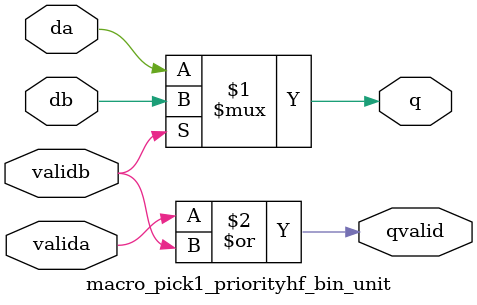
<source format=v>


`define     INPUT_WIDTH             INPUT_COUNT
`define     OUTPUT_WIDTH            $clog2(INPUT_COUNT)

module macro_pick1_priority_bin #(
    parameter               INPUT_COUNT             = 1,
    parameter               PRIORITY_LOWER_FIRST    = 1
) (
    input   wire [`INPUT_WIDTH - 1:0]       dvalid,
    output  wire [`OUTPUT_WIDTH - 1:0]      qaddr,
    output  wire                            qvalid
);

    //
    localparam P_COUNT  = 1 << $clog2(`INPUT_WIDTH);

    /* verilator lint_off UNOPTFLAT */
    wire [`OUTPUT_WIDTH - 1:0]      d_pick_tree_addr  [(P_COUNT * 2 - 1) - 1:0];
    wire                            d_pick_tree_valid [(P_COUNT * 2 - 1) - 1:0];

    //
    genvar i, j;

    //
    generate
        for (i = 0; i < P_COUNT; i = i + 1) begin: GENERATED_PICK_TREE_INPUT

            if (i < `INPUT_WIDTH) begin
                
                assign d_pick_tree_addr[(P_COUNT - 1) + i]  = i;
                assign d_pick_tree_valid[(P_COUNT - 1) + i] = dvalid[i];
            end
            else begin
                
                assign d_pick_tree_addr[(P_COUNT - 1) + i]  = 'b0;
                assign d_pick_tree_valid[(P_COUNT - 1) + i] = 'b0;
            end
        end
    endgenerate

    //
    generate
        for (i = 0; i < $clog2(`INPUT_WIDTH); i = i + 1) begin: GENERATED_PICK_TREE
            for (j = 0; j < (1 << i); j = j + 1) begin
                
                //
                wire [`OUTPUT_WIDTH - 1:0]  da;
                wire                        valida;

                wire [`OUTPUT_WIDTH - 1:0]  db;
                wire                        validb;

                wire [`OUTPUT_WIDTH - 1:0]  q;
                wire                        qvalid;

                //
                if (PRIORITY_LOWER_FIRST) begin

                    macro_pick1_prioritylf_bin_unit #(
                        .OUTPUT_WIDTH(`OUTPUT_WIDTH)
                    ) macro_pick1_prioritylf_bin_unit_INST (
                        .da     (da),
                        .valida (valida),

                        .db     (db),
                        .validb (validb),

                        .q      (q),
                        .qvalid (qvalid)
                    );
                end
                else begin
                    
                    macro_pick1_priorityhf_bin_unit #(
                        .OUTPUT_WIDTH(`OUTPUT_WIDTH)
                    ) macro_pick1_priorityhf_bin_unit_INST (
                        .da     (da),
                        .valida (valida),

                        .db     (db),
                        .validb (validb),

                        .q      (q),
                        .qvalid (qvalid)
                    );
                end

                //
                assign da       = d_pick_tree_addr[((1 << (i + 1)) - 1) + j * 2];
                assign db       = d_pick_tree_addr[((1 << (i + 1)) - 1) + j * 2 + 1];

                assign valida   = d_pick_tree_valid[((1 << (i + 1)) - 1) + j * 2];
                assign validb   = d_pick_tree_valid[((1 << (i + 1)) - 1) + j * 2 + 1];

                //
                assign d_pick_tree_addr[((1 << i) - 1) + j]     = q;
                assign d_pick_tree_valid[((1 << i) - 1) + j]    = qvalid;
            end
        end
    endgenerate

    //
    assign qaddr    = d_pick_tree_addr[0];
    assign qvalid   = d_pick_tree_valid[0];

    //

endmodule

//
module macro_pick1_prioritylf_bin_unit #(
    parameter               OUTPUT_WIDTH = 1
) (
    //
    input   wire [OUTPUT_WIDTH - 1:0]   da,
    input   wire                        valida,

    //
    input   wire [OUTPUT_WIDTH - 1:0]   db,
    input   wire                        validb,

    //
    output  wire [OUTPUT_WIDTH - 1:0]   q,
    output  wire                        qvalid
);
    
    assign q = valida ? da : db;

    assign qvalid = valida | validb;

endmodule

//
module macro_pick1_priorityhf_bin_unit #(
    parameter               OUTPUT_WIDTH = 1
) (
    //
    input   wire [OUTPUT_WIDTH - 1:0]   da,
    input   wire                        valida,

    //
    input   wire [OUTPUT_WIDTH - 1:0]   db,
    input   wire                        validb,

    //
    output  wire [OUTPUT_WIDTH - 1:0]   q,
    output  wire                        qvalid
);

    assign q = validb ? db : da;

    assign qvalid = valida | validb;

endmodule

</source>
